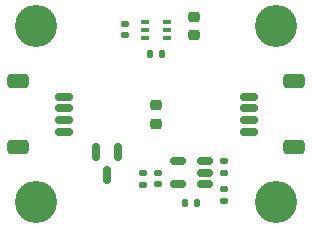
<source format=gts>
%TF.GenerationSoftware,KiCad,Pcbnew,7.0.8-7.0.8~ubuntu22.04.1*%
%TF.CreationDate,2024-01-24T20:27:06-08:00*%
%TF.ProjectId,470nm_16mA,3437306e-6d5f-4313-966d-412e6b696361,rev?*%
%TF.SameCoordinates,Original*%
%TF.FileFunction,Soldermask,Top*%
%TF.FilePolarity,Negative*%
%FSLAX46Y46*%
G04 Gerber Fmt 4.6, Leading zero omitted, Abs format (unit mm)*
G04 Created by KiCad (PCBNEW 7.0.8-7.0.8~ubuntu22.04.1) date 2024-01-24 20:27:06*
%MOMM*%
%LPD*%
G01*
G04 APERTURE LIST*
G04 Aperture macros list*
%AMRoundRect*
0 Rectangle with rounded corners*
0 $1 Rounding radius*
0 $2 $3 $4 $5 $6 $7 $8 $9 X,Y pos of 4 corners*
0 Add a 4 corners polygon primitive as box body*
4,1,4,$2,$3,$4,$5,$6,$7,$8,$9,$2,$3,0*
0 Add four circle primitives for the rounded corners*
1,1,$1+$1,$2,$3*
1,1,$1+$1,$4,$5*
1,1,$1+$1,$6,$7*
1,1,$1+$1,$8,$9*
0 Add four rect primitives between the rounded corners*
20,1,$1+$1,$2,$3,$4,$5,0*
20,1,$1+$1,$4,$5,$6,$7,0*
20,1,$1+$1,$6,$7,$8,$9,0*
20,1,$1+$1,$8,$9,$2,$3,0*%
G04 Aperture macros list end*
%ADD10C,3.570000*%
%ADD11RoundRect,0.218750X-0.256250X0.218750X-0.256250X-0.218750X0.256250X-0.218750X0.256250X0.218750X0*%
%ADD12RoundRect,0.150000X-0.625000X0.150000X-0.625000X-0.150000X0.625000X-0.150000X0.625000X0.150000X0*%
%ADD13RoundRect,0.250000X-0.650000X0.350000X-0.650000X-0.350000X0.650000X-0.350000X0.650000X0.350000X0*%
%ADD14RoundRect,0.150000X0.625000X-0.150000X0.625000X0.150000X-0.625000X0.150000X-0.625000X-0.150000X0*%
%ADD15RoundRect,0.250000X0.650000X-0.350000X0.650000X0.350000X-0.650000X0.350000X-0.650000X-0.350000X0*%
%ADD16RoundRect,0.135000X-0.185000X0.135000X-0.185000X-0.135000X0.185000X-0.135000X0.185000X0.135000X0*%
%ADD17RoundRect,0.150000X0.512500X0.150000X-0.512500X0.150000X-0.512500X-0.150000X0.512500X-0.150000X0*%
%ADD18RoundRect,0.140000X0.170000X-0.140000X0.170000X0.140000X-0.170000X0.140000X-0.170000X-0.140000X0*%
%ADD19RoundRect,0.135000X0.185000X-0.135000X0.185000X0.135000X-0.185000X0.135000X-0.185000X-0.135000X0*%
%ADD20RoundRect,0.135000X-0.135000X-0.185000X0.135000X-0.185000X0.135000X0.185000X-0.135000X0.185000X0*%
%ADD21R,0.650000X0.400000*%
%ADD22RoundRect,0.150000X-0.150000X0.587500X-0.150000X-0.587500X0.150000X-0.587500X0.150000X0.587500X0*%
%ADD23RoundRect,0.140000X-0.140000X-0.170000X0.140000X-0.170000X0.140000X0.170000X-0.140000X0.170000X0*%
G04 APERTURE END LIST*
D10*
%TO.C,M1*%
X52540000Y-52540000D03*
%TD*%
%TO.C,M2*%
X72860000Y-52540000D03*
%TD*%
%TO.C,M3*%
X72860000Y-67460000D03*
%TD*%
%TO.C,M4*%
X52540000Y-67460000D03*
%TD*%
D11*
%TO.C,D1*%
X62700000Y-59212500D03*
X62700000Y-60787500D03*
%TD*%
D12*
%TO.C,J1*%
X54880000Y-58500000D03*
X54880000Y-59500000D03*
X54880000Y-60500000D03*
X54880000Y-61500000D03*
D13*
X51005000Y-57200000D03*
X51005000Y-62800000D03*
%TD*%
D14*
%TO.C,J2*%
X70520000Y-61500000D03*
X70520000Y-60500000D03*
X70520000Y-59500000D03*
X70520000Y-58500000D03*
D15*
X74395000Y-62800000D03*
X74395000Y-57200000D03*
%TD*%
D16*
%TO.C,R1*%
X68427600Y-63982600D03*
X68427600Y-65002600D03*
%TD*%
D17*
%TO.C,U2*%
X66795200Y-65881000D03*
X66795200Y-64931000D03*
X66795200Y-63981000D03*
X64520200Y-63981000D03*
X64520200Y-65881000D03*
%TD*%
D18*
%TO.C,C3*%
X62845200Y-65936000D03*
X62845200Y-64976000D03*
%TD*%
D19*
%TO.C,R3*%
X68427600Y-67360800D03*
X68427600Y-66340800D03*
%TD*%
D11*
%TO.C,L1*%
X65862200Y-51739700D03*
X65862200Y-53314700D03*
%TD*%
D20*
%TO.C,R2*%
X65150200Y-67481000D03*
X66170200Y-67481000D03*
%TD*%
D18*
%TO.C,C1*%
X60071000Y-53312000D03*
X60071000Y-52352000D03*
%TD*%
D21*
%TO.C,U1*%
X61727000Y-52197000D03*
X61727000Y-52847000D03*
X61727000Y-53497000D03*
X63627000Y-53497000D03*
X63627000Y-52847000D03*
X63627000Y-52197000D03*
%TD*%
D18*
%TO.C,C4*%
X61620200Y-65941000D03*
X61620200Y-64981000D03*
%TD*%
D22*
%TO.C,Q1*%
X59500000Y-63225000D03*
X57600000Y-63225000D03*
X58550000Y-65100000D03*
%TD*%
D23*
%TO.C,C2*%
X62209800Y-54864000D03*
X63169800Y-54864000D03*
%TD*%
M02*

</source>
